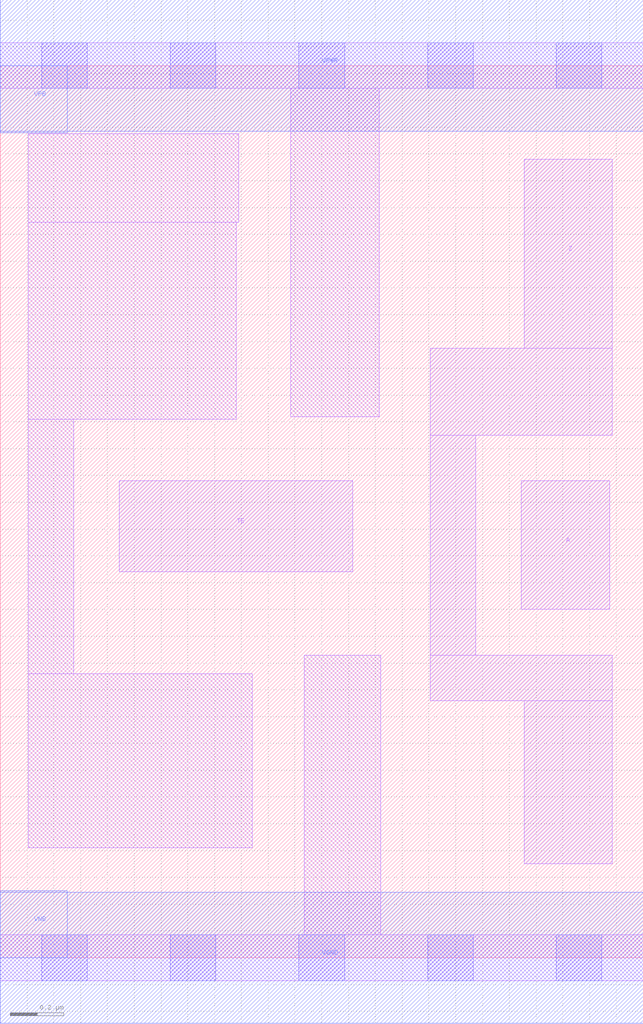
<source format=lef>
# Copyright 2020 The SkyWater PDK Authors
#
# Licensed under the Apache License, Version 2.0 (the "License");
# you may not use this file except in compliance with the License.
# You may obtain a copy of the License at
#
#     https://www.apache.org/licenses/LICENSE-2.0
#
# Unless required by applicable law or agreed to in writing, software
# distributed under the License is distributed on an "AS IS" BASIS,
# WITHOUT WARRANTIES OR CONDITIONS OF ANY KIND, either express or implied.
# See the License for the specific language governing permissions and
# limitations under the License.
#
# SPDX-License-Identifier: Apache-2.0

VERSION 5.5 ;
NAMESCASESENSITIVE ON ;
BUSBITCHARS "[]" ;
DIVIDERCHAR "/" ;
MACRO sky130_fd_sc_hs__einvp_1
  CLASS CORE ;
  SOURCE USER ;
  ORIGIN  0.000000  0.000000 ;
  SIZE  2.400000 BY  3.330000 ;
  SYMMETRY X Y ;
  SITE unit ;
  PIN A
    ANTENNAGATEAREA  0.261000 ;
    DIRECTION INPUT ;
    USE SIGNAL ;
    PORT
      LAYER li1 ;
        RECT 1.945000 1.300000 2.275000 1.780000 ;
    END
  END A
  PIN TE
    ANTENNAGATEAREA  0.237000 ;
    DIRECTION INPUT ;
    USE SIGNAL ;
    PORT
      LAYER li1 ;
        RECT 0.445000 1.440000 1.315000 1.780000 ;
    END
  END TE
  PIN Z
    ANTENNADIFFAREA  0.505900 ;
    DIRECTION OUTPUT ;
    USE SIGNAL ;
    PORT
      LAYER li1 ;
        RECT 1.605000 0.960000 2.285000 1.130000 ;
        RECT 1.605000 1.130000 1.775000 1.950000 ;
        RECT 1.605000 1.950000 2.285000 2.275000 ;
        RECT 1.955000 0.350000 2.285000 0.960000 ;
        RECT 1.955000 2.275000 2.285000 2.980000 ;
    END
  END Z
  PIN VGND
    DIRECTION INOUT ;
    USE GROUND ;
    PORT
      LAYER met1 ;
        RECT 0.000000 -0.245000 2.400000 0.245000 ;
    END
  END VGND
  PIN VNB
    DIRECTION INOUT ;
    USE GROUND ;
    PORT
      LAYER met1 ;
        RECT 0.000000 0.000000 0.250000 0.250000 ;
    END
  END VNB
  PIN VPB
    DIRECTION INOUT ;
    USE POWER ;
    PORT
      LAYER met1 ;
        RECT 0.000000 3.080000 0.250000 3.330000 ;
    END
  END VPB
  PIN VPWR
    DIRECTION INOUT ;
    USE POWER ;
    PORT
      LAYER met1 ;
        RECT 0.000000 3.085000 2.400000 3.575000 ;
    END
  END VPWR
  OBS
    LAYER li1 ;
      RECT 0.000000 -0.085000 2.400000 0.085000 ;
      RECT 0.000000  3.245000 2.400000 3.415000 ;
      RECT 0.105000  0.410000 0.940000 1.060000 ;
      RECT 0.105000  1.060000 0.275000 2.010000 ;
      RECT 0.105000  2.010000 0.880000 2.745000 ;
      RECT 0.105000  2.745000 0.890000 3.075000 ;
      RECT 1.085000  2.020000 1.415000 3.245000 ;
      RECT 1.135000  0.085000 1.420000 1.130000 ;
    LAYER mcon ;
      RECT 0.155000 -0.085000 0.325000 0.085000 ;
      RECT 0.155000  3.245000 0.325000 3.415000 ;
      RECT 0.635000 -0.085000 0.805000 0.085000 ;
      RECT 0.635000  3.245000 0.805000 3.415000 ;
      RECT 1.115000 -0.085000 1.285000 0.085000 ;
      RECT 1.115000  3.245000 1.285000 3.415000 ;
      RECT 1.595000 -0.085000 1.765000 0.085000 ;
      RECT 1.595000  3.245000 1.765000 3.415000 ;
      RECT 2.075000 -0.085000 2.245000 0.085000 ;
      RECT 2.075000  3.245000 2.245000 3.415000 ;
  END
END sky130_fd_sc_hs__einvp_1

</source>
